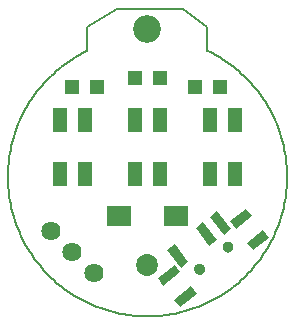
<source format=gts>
G75*
%MOIN*%
%OFA0B0*%
%FSLAX25Y25*%
%IPPOS*%
%LPD*%
%AMOC8*
5,1,8,0,0,1.08239X$1,22.5*
%
%ADD10C,0.00600*%
%ADD11R,0.07487X0.03156*%
%ADD12R,0.07156X0.03156*%
%ADD13R,0.06762X0.03156*%
%ADD14C,0.00000*%
%ADD15C,0.03600*%
%ADD16R,0.04928X0.08274*%
%ADD17R,0.08274X0.07093*%
%ADD18R,0.05124X0.05124*%
%ADD19C,0.09258*%
%ADD20C,0.07309*%
%ADD21C,0.06400*%
D10*
X0061300Y0123300D02*
X0060276Y0122797D01*
X0059265Y0122269D01*
X0058267Y0121717D01*
X0057283Y0121140D01*
X0056314Y0120539D01*
X0055359Y0119915D01*
X0054420Y0119267D01*
X0053498Y0118597D01*
X0052591Y0117904D01*
X0051703Y0117189D01*
X0050832Y0116453D01*
X0049979Y0115695D01*
X0049145Y0114917D01*
X0048331Y0114118D01*
X0047536Y0113300D01*
X0046761Y0112463D01*
X0046008Y0111606D01*
X0045275Y0110732D01*
X0044565Y0109840D01*
X0043876Y0108931D01*
X0043210Y0108005D01*
X0042567Y0107063D01*
X0041947Y0106106D01*
X0041350Y0105133D01*
X0040778Y0104147D01*
X0040230Y0103146D01*
X0039707Y0102133D01*
X0039208Y0101107D01*
X0038735Y0100069D01*
X0038288Y0099020D01*
X0037867Y0097960D01*
X0037471Y0096890D01*
X0037102Y0095811D01*
X0036760Y0094723D01*
X0036444Y0093627D01*
X0036155Y0092523D01*
X0035894Y0091413D01*
X0035659Y0090297D01*
X0035452Y0089175D01*
X0035273Y0088049D01*
X0035122Y0086918D01*
X0034998Y0085784D01*
X0034902Y0084648D01*
X0034833Y0083509D01*
X0034793Y0082369D01*
X0034781Y0081229D01*
X0034797Y0080088D01*
X0034840Y0078948D01*
X0034912Y0077810D01*
X0035012Y0076674D01*
X0035139Y0075540D01*
X0035294Y0074410D01*
X0035477Y0073285D01*
X0035687Y0072163D01*
X0035925Y0071048D01*
X0036190Y0069938D01*
X0036482Y0068836D01*
X0036801Y0067741D01*
X0037147Y0066654D01*
X0037519Y0065576D01*
X0037918Y0064507D01*
X0038343Y0063449D01*
X0038793Y0062401D01*
X0039269Y0061364D01*
X0039771Y0060340D01*
X0040297Y0059328D01*
X0040848Y0058329D01*
X0041423Y0057344D01*
X0042023Y0056374D01*
X0042646Y0055418D01*
X0043292Y0054478D01*
X0043961Y0053555D01*
X0044652Y0052648D01*
X0045366Y0051758D01*
X0046101Y0050886D01*
X0046857Y0050032D01*
X0047634Y0049197D01*
X0048431Y0048381D01*
X0049248Y0047585D01*
X0050085Y0046809D01*
X0050940Y0046054D01*
X0051813Y0045321D01*
X0052704Y0044608D01*
X0053612Y0043918D01*
X0054537Y0043251D01*
X0055478Y0042606D01*
X0056434Y0041985D01*
X0057405Y0041387D01*
X0058391Y0040813D01*
X0059391Y0040263D01*
X0060403Y0039739D01*
X0061429Y0039239D01*
X0062466Y0038764D01*
X0063514Y0038315D01*
X0064574Y0037892D01*
X0065643Y0037495D01*
X0066722Y0037124D01*
X0067809Y0036780D01*
X0068905Y0036463D01*
X0070008Y0036172D01*
X0071117Y0035909D01*
X0072233Y0035673D01*
X0073355Y0035465D01*
X0074481Y0035284D01*
X0075611Y0035130D01*
X0076745Y0035005D01*
X0077881Y0034907D01*
X0079020Y0034837D01*
X0080159Y0034795D01*
X0081300Y0034781D01*
X0082441Y0034795D01*
X0083580Y0034837D01*
X0084719Y0034907D01*
X0085855Y0035005D01*
X0086989Y0035130D01*
X0088119Y0035284D01*
X0089245Y0035465D01*
X0090367Y0035673D01*
X0091483Y0035909D01*
X0092592Y0036172D01*
X0093695Y0036463D01*
X0094791Y0036780D01*
X0095878Y0037124D01*
X0096957Y0037495D01*
X0098026Y0037892D01*
X0099086Y0038315D01*
X0100134Y0038764D01*
X0101171Y0039239D01*
X0102197Y0039739D01*
X0103209Y0040263D01*
X0104209Y0040813D01*
X0105195Y0041387D01*
X0106166Y0041985D01*
X0107122Y0042606D01*
X0108063Y0043251D01*
X0108988Y0043918D01*
X0109896Y0044608D01*
X0110787Y0045321D01*
X0111660Y0046054D01*
X0112515Y0046809D01*
X0113352Y0047585D01*
X0114169Y0048381D01*
X0114966Y0049197D01*
X0115743Y0050032D01*
X0116499Y0050886D01*
X0117234Y0051758D01*
X0117948Y0052648D01*
X0118639Y0053555D01*
X0119308Y0054478D01*
X0119954Y0055418D01*
X0120577Y0056374D01*
X0121177Y0057344D01*
X0121752Y0058329D01*
X0122303Y0059328D01*
X0122829Y0060340D01*
X0123331Y0061364D01*
X0123807Y0062401D01*
X0124257Y0063449D01*
X0124682Y0064507D01*
X0125081Y0065576D01*
X0125453Y0066654D01*
X0125799Y0067741D01*
X0126118Y0068836D01*
X0126410Y0069938D01*
X0126675Y0071048D01*
X0126913Y0072163D01*
X0127123Y0073285D01*
X0127306Y0074410D01*
X0127461Y0075540D01*
X0127588Y0076674D01*
X0127688Y0077810D01*
X0127760Y0078948D01*
X0127803Y0080088D01*
X0127819Y0081229D01*
X0127807Y0082369D01*
X0127767Y0083509D01*
X0127698Y0084648D01*
X0127602Y0085784D01*
X0127478Y0086918D01*
X0127327Y0088049D01*
X0127148Y0089175D01*
X0126941Y0090297D01*
X0126706Y0091413D01*
X0126445Y0092523D01*
X0126156Y0093627D01*
X0125840Y0094723D01*
X0125498Y0095811D01*
X0125129Y0096890D01*
X0124733Y0097960D01*
X0124312Y0099020D01*
X0123865Y0100069D01*
X0123392Y0101107D01*
X0122893Y0102133D01*
X0122370Y0103146D01*
X0121822Y0104147D01*
X0121250Y0105133D01*
X0120653Y0106106D01*
X0120033Y0107063D01*
X0119390Y0108005D01*
X0118724Y0108931D01*
X0118035Y0109840D01*
X0117325Y0110732D01*
X0116592Y0111606D01*
X0115839Y0112463D01*
X0115064Y0113300D01*
X0114269Y0114118D01*
X0113455Y0114917D01*
X0112621Y0115695D01*
X0111768Y0116453D01*
X0110897Y0117189D01*
X0110009Y0117904D01*
X0109102Y0118597D01*
X0108180Y0119267D01*
X0107241Y0119915D01*
X0106286Y0120539D01*
X0105317Y0121140D01*
X0104333Y0121717D01*
X0103335Y0122269D01*
X0102324Y0122797D01*
X0101300Y0123300D01*
X0101300Y0131300D01*
X0093300Y0137300D01*
X0071300Y0137300D01*
X0061300Y0131300D01*
X0061300Y0123300D01*
D11*
G36*
X0104538Y0069898D02*
X0109145Y0063999D01*
X0106658Y0062056D01*
X0102051Y0067955D01*
X0104538Y0069898D01*
G37*
G36*
X0099810Y0066205D02*
X0104417Y0060306D01*
X0101930Y0058363D01*
X0097323Y0064262D01*
X0099810Y0066205D01*
G37*
G36*
X0090353Y0058817D02*
X0094960Y0052918D01*
X0092473Y0050975D01*
X0087866Y0056874D01*
X0090353Y0058817D01*
G37*
D12*
G36*
X0084675Y0047497D02*
X0090313Y0051902D01*
X0092257Y0049415D01*
X0086619Y0045010D01*
X0084675Y0047497D01*
G37*
G36*
X0090250Y0040361D02*
X0095888Y0044766D01*
X0097832Y0042279D01*
X0092194Y0037874D01*
X0090250Y0040361D01*
G37*
D13*
G36*
X0114499Y0059306D02*
X0119826Y0063469D01*
X0121769Y0060982D01*
X0116442Y0056819D01*
X0114499Y0059306D01*
G37*
G36*
X0108924Y0066442D02*
X0114251Y0070605D01*
X0116194Y0068118D01*
X0110867Y0063955D01*
X0108924Y0066442D01*
G37*
D14*
X0106428Y0057994D02*
X0106430Y0058074D01*
X0106436Y0058153D01*
X0106446Y0058232D01*
X0106460Y0058311D01*
X0106477Y0058389D01*
X0106499Y0058466D01*
X0106524Y0058541D01*
X0106554Y0058615D01*
X0106586Y0058688D01*
X0106623Y0058759D01*
X0106663Y0058828D01*
X0106706Y0058895D01*
X0106753Y0058960D01*
X0106802Y0059022D01*
X0106855Y0059082D01*
X0106911Y0059139D01*
X0106969Y0059194D01*
X0107030Y0059245D01*
X0107094Y0059293D01*
X0107160Y0059338D01*
X0107228Y0059380D01*
X0107298Y0059418D01*
X0107370Y0059452D01*
X0107443Y0059483D01*
X0107518Y0059511D01*
X0107595Y0059534D01*
X0107672Y0059554D01*
X0107750Y0059570D01*
X0107829Y0059582D01*
X0107908Y0059590D01*
X0107988Y0059594D01*
X0108068Y0059594D01*
X0108148Y0059590D01*
X0108227Y0059582D01*
X0108306Y0059570D01*
X0108384Y0059554D01*
X0108461Y0059534D01*
X0108538Y0059511D01*
X0108613Y0059483D01*
X0108686Y0059452D01*
X0108758Y0059418D01*
X0108828Y0059380D01*
X0108896Y0059338D01*
X0108962Y0059293D01*
X0109026Y0059245D01*
X0109087Y0059194D01*
X0109145Y0059139D01*
X0109201Y0059082D01*
X0109254Y0059022D01*
X0109303Y0058960D01*
X0109350Y0058895D01*
X0109393Y0058828D01*
X0109433Y0058759D01*
X0109470Y0058688D01*
X0109502Y0058615D01*
X0109532Y0058541D01*
X0109557Y0058466D01*
X0109579Y0058389D01*
X0109596Y0058311D01*
X0109610Y0058232D01*
X0109620Y0058153D01*
X0109626Y0058074D01*
X0109628Y0057994D01*
X0109626Y0057914D01*
X0109620Y0057835D01*
X0109610Y0057756D01*
X0109596Y0057677D01*
X0109579Y0057599D01*
X0109557Y0057522D01*
X0109532Y0057447D01*
X0109502Y0057373D01*
X0109470Y0057300D01*
X0109433Y0057229D01*
X0109393Y0057160D01*
X0109350Y0057093D01*
X0109303Y0057028D01*
X0109254Y0056966D01*
X0109201Y0056906D01*
X0109145Y0056849D01*
X0109087Y0056794D01*
X0109026Y0056743D01*
X0108962Y0056695D01*
X0108896Y0056650D01*
X0108828Y0056608D01*
X0108758Y0056570D01*
X0108686Y0056536D01*
X0108613Y0056505D01*
X0108538Y0056477D01*
X0108461Y0056454D01*
X0108384Y0056434D01*
X0108306Y0056418D01*
X0108227Y0056406D01*
X0108148Y0056398D01*
X0108068Y0056394D01*
X0107988Y0056394D01*
X0107908Y0056398D01*
X0107829Y0056406D01*
X0107750Y0056418D01*
X0107672Y0056434D01*
X0107595Y0056454D01*
X0107518Y0056477D01*
X0107443Y0056505D01*
X0107370Y0056536D01*
X0107298Y0056570D01*
X0107228Y0056608D01*
X0107160Y0056650D01*
X0107094Y0056695D01*
X0107030Y0056743D01*
X0106969Y0056794D01*
X0106911Y0056849D01*
X0106855Y0056906D01*
X0106802Y0056966D01*
X0106753Y0057028D01*
X0106706Y0057093D01*
X0106663Y0057160D01*
X0106623Y0057229D01*
X0106586Y0057300D01*
X0106554Y0057373D01*
X0106524Y0057447D01*
X0106499Y0057522D01*
X0106477Y0057599D01*
X0106460Y0057677D01*
X0106446Y0057756D01*
X0106436Y0057835D01*
X0106430Y0057914D01*
X0106428Y0057994D01*
X0096972Y0050606D02*
X0096974Y0050686D01*
X0096980Y0050765D01*
X0096990Y0050844D01*
X0097004Y0050923D01*
X0097021Y0051001D01*
X0097043Y0051078D01*
X0097068Y0051153D01*
X0097098Y0051227D01*
X0097130Y0051300D01*
X0097167Y0051371D01*
X0097207Y0051440D01*
X0097250Y0051507D01*
X0097297Y0051572D01*
X0097346Y0051634D01*
X0097399Y0051694D01*
X0097455Y0051751D01*
X0097513Y0051806D01*
X0097574Y0051857D01*
X0097638Y0051905D01*
X0097704Y0051950D01*
X0097772Y0051992D01*
X0097842Y0052030D01*
X0097914Y0052064D01*
X0097987Y0052095D01*
X0098062Y0052123D01*
X0098139Y0052146D01*
X0098216Y0052166D01*
X0098294Y0052182D01*
X0098373Y0052194D01*
X0098452Y0052202D01*
X0098532Y0052206D01*
X0098612Y0052206D01*
X0098692Y0052202D01*
X0098771Y0052194D01*
X0098850Y0052182D01*
X0098928Y0052166D01*
X0099005Y0052146D01*
X0099082Y0052123D01*
X0099157Y0052095D01*
X0099230Y0052064D01*
X0099302Y0052030D01*
X0099372Y0051992D01*
X0099440Y0051950D01*
X0099506Y0051905D01*
X0099570Y0051857D01*
X0099631Y0051806D01*
X0099689Y0051751D01*
X0099745Y0051694D01*
X0099798Y0051634D01*
X0099847Y0051572D01*
X0099894Y0051507D01*
X0099937Y0051440D01*
X0099977Y0051371D01*
X0100014Y0051300D01*
X0100046Y0051227D01*
X0100076Y0051153D01*
X0100101Y0051078D01*
X0100123Y0051001D01*
X0100140Y0050923D01*
X0100154Y0050844D01*
X0100164Y0050765D01*
X0100170Y0050686D01*
X0100172Y0050606D01*
X0100170Y0050526D01*
X0100164Y0050447D01*
X0100154Y0050368D01*
X0100140Y0050289D01*
X0100123Y0050211D01*
X0100101Y0050134D01*
X0100076Y0050059D01*
X0100046Y0049985D01*
X0100014Y0049912D01*
X0099977Y0049841D01*
X0099937Y0049772D01*
X0099894Y0049705D01*
X0099847Y0049640D01*
X0099798Y0049578D01*
X0099745Y0049518D01*
X0099689Y0049461D01*
X0099631Y0049406D01*
X0099570Y0049355D01*
X0099506Y0049307D01*
X0099440Y0049262D01*
X0099372Y0049220D01*
X0099302Y0049182D01*
X0099230Y0049148D01*
X0099157Y0049117D01*
X0099082Y0049089D01*
X0099005Y0049066D01*
X0098928Y0049046D01*
X0098850Y0049030D01*
X0098771Y0049018D01*
X0098692Y0049010D01*
X0098612Y0049006D01*
X0098532Y0049006D01*
X0098452Y0049010D01*
X0098373Y0049018D01*
X0098294Y0049030D01*
X0098216Y0049046D01*
X0098139Y0049066D01*
X0098062Y0049089D01*
X0097987Y0049117D01*
X0097914Y0049148D01*
X0097842Y0049182D01*
X0097772Y0049220D01*
X0097704Y0049262D01*
X0097638Y0049307D01*
X0097574Y0049355D01*
X0097513Y0049406D01*
X0097455Y0049461D01*
X0097399Y0049518D01*
X0097346Y0049578D01*
X0097297Y0049640D01*
X0097250Y0049705D01*
X0097207Y0049772D01*
X0097167Y0049841D01*
X0097130Y0049912D01*
X0097098Y0049985D01*
X0097068Y0050059D01*
X0097043Y0050134D01*
X0097021Y0050211D01*
X0097004Y0050289D01*
X0096990Y0050368D01*
X0096980Y0050447D01*
X0096974Y0050526D01*
X0096972Y0050606D01*
D15*
X0098572Y0050606D03*
X0108028Y0057994D03*
D16*
X0110532Y0082245D03*
X0102068Y0082245D03*
X0085532Y0082245D03*
X0077068Y0082245D03*
X0060532Y0082245D03*
X0052068Y0082245D03*
X0052068Y0100355D03*
X0060532Y0100355D03*
X0077068Y0100355D03*
X0085532Y0100355D03*
X0102068Y0100355D03*
X0110532Y0100355D03*
D17*
X0090749Y0068300D03*
X0071851Y0068300D03*
D18*
X0064434Y0111300D03*
X0056166Y0111300D03*
X0077166Y0114300D03*
X0085434Y0114300D03*
X0097166Y0111300D03*
X0105434Y0111300D03*
D19*
X0081300Y0130670D03*
D20*
X0081300Y0051930D03*
D21*
X0056300Y0056300D03*
X0049229Y0063371D03*
X0063371Y0049229D03*
M02*

</source>
